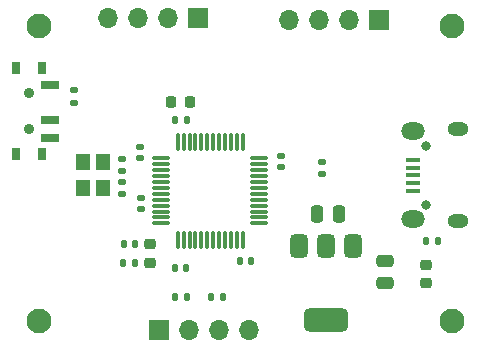
<source format=gbr>
%TF.GenerationSoftware,KiCad,Pcbnew,8.0.0*%
%TF.CreationDate,2024-04-09T16:17:44+09:00*%
%TF.ProjectId,240325_ESP32_d0146,32343033-3235-45f4-9553-5033325f6430,rev?*%
%TF.SameCoordinates,Original*%
%TF.FileFunction,Soldermask,Top*%
%TF.FilePolarity,Negative*%
%FSLAX46Y46*%
G04 Gerber Fmt 4.6, Leading zero omitted, Abs format (unit mm)*
G04 Created by KiCad (PCBNEW 8.0.0) date 2024-04-09 16:17:44*
%MOMM*%
%LPD*%
G01*
G04 APERTURE LIST*
G04 Aperture macros list*
%AMRoundRect*
0 Rectangle with rounded corners*
0 $1 Rounding radius*
0 $2 $3 $4 $5 $6 $7 $8 $9 X,Y pos of 4 corners*
0 Add a 4 corners polygon primitive as box body*
4,1,4,$2,$3,$4,$5,$6,$7,$8,$9,$2,$3,0*
0 Add four circle primitives for the rounded corners*
1,1,$1+$1,$2,$3*
1,1,$1+$1,$4,$5*
1,1,$1+$1,$6,$7*
1,1,$1+$1,$8,$9*
0 Add four rect primitives between the rounded corners*
20,1,$1+$1,$2,$3,$4,$5,0*
20,1,$1+$1,$4,$5,$6,$7,0*
20,1,$1+$1,$6,$7,$8,$9,0*
20,1,$1+$1,$8,$9,$2,$3,0*%
G04 Aperture macros list end*
%ADD10R,0.800000X1.000000*%
%ADD11C,0.900000*%
%ADD12R,1.500000X0.700000*%
%ADD13RoundRect,0.135000X0.135000X0.185000X-0.135000X0.185000X-0.135000X-0.185000X0.135000X-0.185000X0*%
%ADD14RoundRect,0.135000X0.185000X-0.135000X0.185000X0.135000X-0.185000X0.135000X-0.185000X-0.135000X0*%
%ADD15RoundRect,0.375000X-0.375000X0.625000X-0.375000X-0.625000X0.375000X-0.625000X0.375000X0.625000X0*%
%ADD16RoundRect,0.500000X-1.400000X0.500000X-1.400000X-0.500000X1.400000X-0.500000X1.400000X0.500000X0*%
%ADD17R,1.700000X1.700000*%
%ADD18O,1.700000X1.700000*%
%ADD19RoundRect,0.140000X0.170000X-0.140000X0.170000X0.140000X-0.170000X0.140000X-0.170000X-0.140000X0*%
%ADD20RoundRect,0.075000X-0.662500X-0.075000X0.662500X-0.075000X0.662500X0.075000X-0.662500X0.075000X0*%
%ADD21RoundRect,0.075000X-0.075000X-0.662500X0.075000X-0.662500X0.075000X0.662500X-0.075000X0.662500X0*%
%ADD22C,2.100000*%
%ADD23RoundRect,0.140000X0.140000X0.170000X-0.140000X0.170000X-0.140000X-0.170000X0.140000X-0.170000X0*%
%ADD24RoundRect,0.250000X0.475000X-0.250000X0.475000X0.250000X-0.475000X0.250000X-0.475000X-0.250000X0*%
%ADD25RoundRect,0.140000X-0.170000X0.140000X-0.170000X-0.140000X0.170000X-0.140000X0.170000X0.140000X0*%
%ADD26RoundRect,0.250000X-0.250000X-0.475000X0.250000X-0.475000X0.250000X0.475000X-0.250000X0.475000X0*%
%ADD27RoundRect,0.135000X-0.135000X-0.185000X0.135000X-0.185000X0.135000X0.185000X-0.135000X0.185000X0*%
%ADD28O,0.800000X0.800000*%
%ADD29R,1.300000X0.450000*%
%ADD30O,1.800000X1.150000*%
%ADD31O,2.000000X1.450000*%
%ADD32R,1.200000X1.400000*%
%ADD33RoundRect,0.218750X-0.256250X0.218750X-0.256250X-0.218750X0.256250X-0.218750X0.256250X0.218750X0*%
%ADD34RoundRect,0.140000X-0.140000X-0.170000X0.140000X-0.170000X0.140000X0.170000X-0.140000X0.170000X0*%
%ADD35RoundRect,0.135000X-0.185000X0.135000X-0.185000X-0.135000X0.185000X-0.135000X0.185000X0.135000X0*%
%ADD36RoundRect,0.225000X-0.225000X-0.250000X0.225000X-0.250000X0.225000X0.250000X-0.225000X0.250000X0*%
G04 APERTURE END LIST*
D10*
%TO.C,SW1*%
X88530000Y-61850000D03*
X86320000Y-61850000D03*
D11*
X87420000Y-64000000D03*
X87420000Y-67000000D03*
D10*
X88530000Y-69150000D03*
X86320000Y-69150000D03*
D12*
X89180000Y-63250000D03*
X89180000Y-66250000D03*
X89180000Y-67750000D03*
%TD*%
D13*
%TO.C,R4*%
X100770000Y-81250000D03*
X99750000Y-81250000D03*
%TD*%
D14*
%TO.C,R2*%
X91250000Y-64770000D03*
X91250000Y-63750000D03*
%TD*%
D15*
%TO.C,U1*%
X114850000Y-76875000D03*
X112550000Y-76875000D03*
D16*
X112550000Y-83175000D03*
D15*
X110250000Y-76875000D03*
%TD*%
D17*
%TO.C,J2*%
X101750000Y-57650000D03*
D18*
X99210000Y-57650000D03*
X96670000Y-57650000D03*
X94130000Y-57650000D03*
%TD*%
D19*
%TO.C,C12*%
X95300000Y-70530000D03*
X95300000Y-69570000D03*
%TD*%
D20*
%TO.C,U2*%
X98587500Y-69500000D03*
X98587500Y-70000000D03*
X98587500Y-70500000D03*
X98587500Y-71000000D03*
X98587500Y-71500000D03*
X98587500Y-72000000D03*
X98587500Y-72500000D03*
X98587500Y-73000000D03*
X98587500Y-73500000D03*
X98587500Y-74000000D03*
X98587500Y-74500000D03*
X98587500Y-75000000D03*
D21*
X100000000Y-76412500D03*
X100500000Y-76412500D03*
X101000000Y-76412500D03*
X101500000Y-76412500D03*
X102000000Y-76412500D03*
X102500000Y-76412500D03*
X103000000Y-76412500D03*
X103500000Y-76412500D03*
X104000000Y-76412500D03*
X104500000Y-76412500D03*
X105000000Y-76412500D03*
X105500000Y-76412500D03*
D20*
X106912500Y-75000000D03*
X106912500Y-74500000D03*
X106912500Y-74000000D03*
X106912500Y-73500000D03*
X106912500Y-73000000D03*
X106912500Y-72500000D03*
X106912500Y-72000000D03*
X106912500Y-71500000D03*
X106912500Y-71000000D03*
X106912500Y-70500000D03*
X106912500Y-70000000D03*
X106912500Y-69500000D03*
D21*
X105500000Y-68087500D03*
X105000000Y-68087500D03*
X104500000Y-68087500D03*
X104000000Y-68087500D03*
X103500000Y-68087500D03*
X103000000Y-68087500D03*
X102500000Y-68087500D03*
X102000000Y-68087500D03*
X101500000Y-68087500D03*
X101000000Y-68087500D03*
X100500000Y-68087500D03*
X100000000Y-68087500D03*
%TD*%
D22*
%TO.C,H1*%
X88250000Y-83250000D03*
%TD*%
D23*
%TO.C,C5*%
X106225000Y-78200000D03*
X105265000Y-78200000D03*
%TD*%
D19*
%TO.C,C8*%
X96900000Y-73780000D03*
X96900000Y-72820000D03*
%TD*%
D22*
%TO.C,H2*%
X123250000Y-83250000D03*
%TD*%
D24*
%TO.C,C2*%
X117550000Y-80075000D03*
X117550000Y-78175000D03*
%TD*%
D19*
%TO.C,C4*%
X96800000Y-69500000D03*
X96800000Y-68540000D03*
%TD*%
D25*
%TO.C,C6*%
X108750000Y-69290000D03*
X108750000Y-70250000D03*
%TD*%
D22*
%TO.C,H3*%
X123250000Y-58250000D03*
%TD*%
D26*
%TO.C,C1*%
X111750000Y-74225000D03*
X113650000Y-74225000D03*
%TD*%
D27*
%TO.C,R1*%
X121000000Y-76500000D03*
X122020000Y-76500000D03*
%TD*%
D28*
%TO.C,J1*%
X121000000Y-73425000D03*
X121000000Y-68425000D03*
D29*
X119900000Y-72225000D03*
X119900000Y-71575000D03*
X119900000Y-70925000D03*
X119900000Y-70275000D03*
X119900000Y-69625000D03*
D30*
X123750000Y-74800000D03*
D31*
X119950000Y-74650000D03*
X119950000Y-67200000D03*
D30*
X123750000Y-67050000D03*
%TD*%
D32*
%TO.C,Y1*%
X91950000Y-69800000D03*
X91950000Y-72000000D03*
X93650000Y-72000000D03*
X93650000Y-69800000D03*
%TD*%
D33*
%TO.C,FB1*%
X97625000Y-76775000D03*
X97625000Y-78350000D03*
%TD*%
D34*
%TO.C,C11*%
X99740000Y-78750000D03*
X100700000Y-78750000D03*
%TD*%
D23*
%TO.C,C9*%
X96375000Y-76775000D03*
X95415000Y-76775000D03*
%TD*%
D17*
%TO.C,J4*%
X98380000Y-84000000D03*
D18*
X100920000Y-84000000D03*
X103460000Y-84000000D03*
X106000000Y-84000000D03*
%TD*%
D17*
%TO.C,J3*%
X117040000Y-57750000D03*
D18*
X114500000Y-57750000D03*
X111960000Y-57750000D03*
X109420000Y-57750000D03*
%TD*%
D22*
%TO.C,H4*%
X88250000Y-58250000D03*
%TD*%
D27*
%TO.C,R5*%
X102805000Y-81275000D03*
X103825000Y-81275000D03*
%TD*%
D33*
%TO.C,D1*%
X121000000Y-78512500D03*
X121000000Y-80087500D03*
%TD*%
D34*
%TO.C,C7*%
X99790000Y-66250000D03*
X100750000Y-66250000D03*
%TD*%
D23*
%TO.C,C10*%
X96350000Y-78350000D03*
X95390000Y-78350000D03*
%TD*%
D35*
%TO.C,R3*%
X112250000Y-69830000D03*
X112250000Y-70850000D03*
%TD*%
D19*
%TO.C,C13*%
X95300000Y-72490000D03*
X95300000Y-71530000D03*
%TD*%
D36*
%TO.C,C3*%
X99450000Y-64750000D03*
X101000000Y-64750000D03*
%TD*%
M02*

</source>
